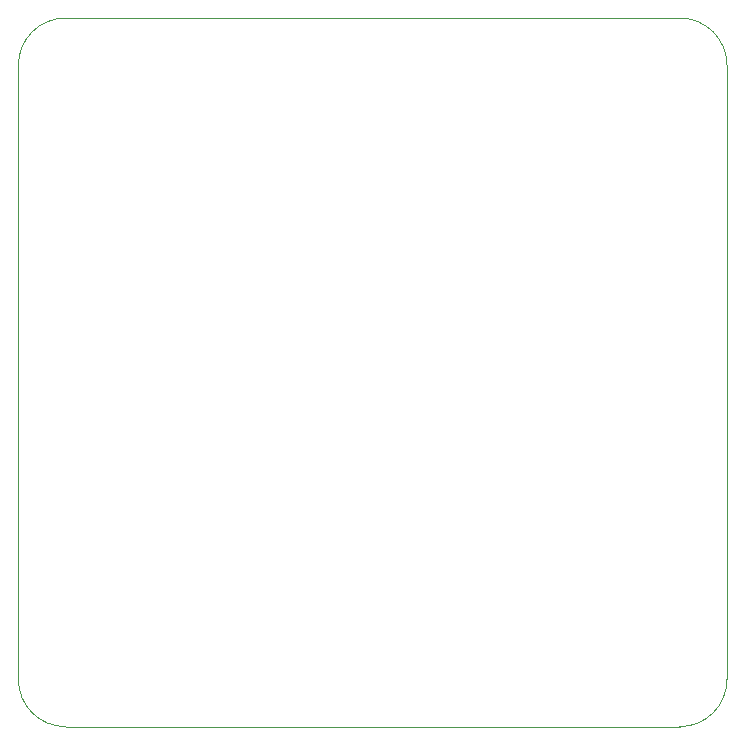
<source format=gm1>
%TF.GenerationSoftware,KiCad,Pcbnew,6.0.6*%
%TF.CreationDate,2022-08-19T01:01:07+00:00*%
%TF.ProjectId,minico2,6d696e69-636f-4322-9e6b-696361645f70,rev?*%
%TF.SameCoordinates,Original*%
%TF.FileFunction,Profile,NP*%
%FSLAX46Y46*%
G04 Gerber Fmt 4.6, Leading zero omitted, Abs format (unit mm)*
G04 Created by KiCad (PCBNEW 6.0.6) date 2022-08-19 01:01:07*
%MOMM*%
%LPD*%
G01*
G04 APERTURE LIST*
%TA.AperFunction,Profile*%
%ADD10C,0.100000*%
%TD*%
G04 APERTURE END LIST*
D10*
X185000000Y-79000000D02*
X185000000Y-131000000D01*
X125000000Y-131000000D02*
G75*
G03*
X129000000Y-135000000I4000000J0D01*
G01*
X125000000Y-131000000D02*
X125000000Y-79000000D01*
X185000000Y-79000000D02*
G75*
G03*
X181000000Y-75000000I-4000000J0D01*
G01*
X181000000Y-135000000D02*
G75*
G03*
X185000000Y-131000000I0J4000000D01*
G01*
X129000000Y-75000000D02*
G75*
G03*
X125000000Y-79000000I0J-4000000D01*
G01*
X129000000Y-75000000D02*
X181000000Y-75000000D01*
X181000000Y-135000000D02*
X129000000Y-135000000D01*
M02*

</source>
